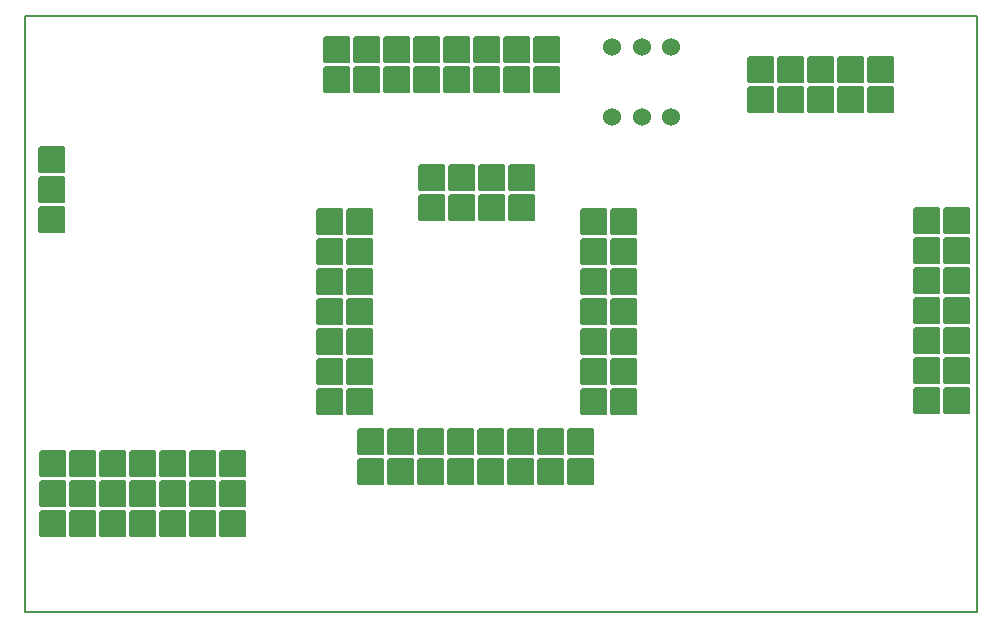
<source format=gbr>
G04 PROTEUS RS274X GERBER FILE*
%FSLAX45Y45*%
%MOMM*%
G01*
%AMPPAD017*
4,1,36,
-1.016000,1.143000,
1.016000,1.143000,
1.041970,1.140470,
1.065980,1.133200,
1.087580,1.121650,
1.106290,1.106290,
1.121650,1.087570,
1.133200,1.065980,
1.140470,1.041970,
1.143000,1.016000,
1.143000,-1.016000,
1.140470,-1.041970,
1.133200,-1.065980,
1.121650,-1.087570,
1.106290,-1.106290,
1.087580,-1.121650,
1.065980,-1.133200,
1.041970,-1.140470,
1.016000,-1.143000,
-1.016000,-1.143000,
-1.041970,-1.140470,
-1.065980,-1.133200,
-1.087580,-1.121650,
-1.106290,-1.106290,
-1.121650,-1.087570,
-1.133200,-1.065980,
-1.140470,-1.041970,
-1.143000,-1.016000,
-1.143000,1.016000,
-1.140470,1.041970,
-1.133200,1.065980,
-1.121650,1.087570,
-1.106290,1.106290,
-1.087580,1.121650,
-1.065980,1.133200,
-1.041970,1.140470,
-1.016000,1.143000,
0*%
%ADD25PPAD017*%
%AMPPAD019*
4,1,36,
-1.143000,-1.016000,
-1.143000,1.016000,
-1.140470,1.041970,
-1.133200,1.065980,
-1.121650,1.087580,
-1.106290,1.106290,
-1.087570,1.121650,
-1.065980,1.133200,
-1.041970,1.140470,
-1.016000,1.143000,
1.016000,1.143000,
1.041970,1.140470,
1.065980,1.133200,
1.087570,1.121650,
1.106290,1.106290,
1.121650,1.087580,
1.133200,1.065980,
1.140470,1.041970,
1.143000,1.016000,
1.143000,-1.016000,
1.140470,-1.041970,
1.133200,-1.065980,
1.121650,-1.087580,
1.106290,-1.106290,
1.087570,-1.121650,
1.065980,-1.133200,
1.041970,-1.140470,
1.016000,-1.143000,
-1.016000,-1.143000,
-1.041970,-1.140470,
-1.065980,-1.133200,
-1.087570,-1.121650,
-1.106290,-1.106290,
-1.121650,-1.087580,
-1.133200,-1.065980,
-1.140470,-1.041970,
-1.143000,-1.016000,
0*%
%ADD27PPAD019*%
%ADD72C,1.524000*%
%ADD70C,0.203200*%
D25*
X+2400000Y+1896000D03*
X+2654000Y+1896000D03*
X+2908000Y+1896000D03*
X+3162000Y+1896000D03*
X+3416000Y+1896000D03*
X+3416000Y+2150000D03*
X+3162000Y+2150000D03*
X+2908000Y+2150000D03*
X+2654000Y+2150000D03*
X+2400000Y+2150000D03*
X-2069120Y-1440000D03*
X-2323120Y-1440000D03*
X-2577120Y-1440000D03*
X-2831120Y-1440000D03*
X-3085120Y-1440000D03*
X-3339120Y-1440000D03*
X-3593120Y-1440000D03*
X-3593120Y-1694000D03*
X-3339120Y-1694000D03*
X-3085120Y-1694000D03*
X-2831120Y-1694000D03*
X-2577120Y-1694000D03*
X-2323120Y-1694000D03*
X-2069120Y-1694000D03*
X-3593120Y-1186380D03*
X-3339120Y-1186380D03*
X-3085120Y-1186380D03*
X-2831120Y-1186380D03*
X-2577120Y-1186380D03*
X-2323120Y-1186380D03*
X-2069120Y-1186380D03*
D27*
X-3600000Y+884000D03*
X-3600000Y+1138000D03*
X-3600000Y+1392000D03*
X+4058920Y-650040D03*
X+4058920Y-396040D03*
X+4058920Y-142040D03*
X+4058920Y+111960D03*
X+4058920Y+365960D03*
X+4058920Y+619960D03*
X+4058920Y+873960D03*
X+3804920Y+873960D03*
X+3804920Y+619960D03*
X+3804920Y+365960D03*
X+3804920Y+111960D03*
X+3804920Y-142040D03*
X+3804920Y-396040D03*
X+3804920Y-650040D03*
D72*
X+1140000Y+1750000D03*
X+1390000Y+1750000D03*
X+1640000Y+1750000D03*
X+1640000Y+2350000D03*
X+1390000Y+2350000D03*
X+1140000Y+2350000D03*
D25*
X-1186200Y+2070000D03*
X-932200Y+2070000D03*
X-678200Y+2070000D03*
X-424200Y+2070000D03*
X-170200Y+2070000D03*
X+83800Y+2070000D03*
X+337800Y+2070000D03*
X+591800Y+2070000D03*
X+591800Y+2324000D03*
X+337800Y+2324000D03*
X+83800Y+2324000D03*
X-170200Y+2324000D03*
X-424200Y+2324000D03*
X-678200Y+2324000D03*
X-932200Y+2324000D03*
X-1186200Y+2324000D03*
D27*
X-1244600Y+861060D03*
X-1244600Y+607060D03*
X-1244600Y+353060D03*
X-1244600Y+99060D03*
X-1244600Y-154940D03*
X-1244600Y-408940D03*
X-1244600Y-662940D03*
X-990600Y-662940D03*
X-990600Y-408940D03*
X-990600Y-154940D03*
X-990600Y+99060D03*
X-990600Y+353060D03*
X-990600Y+607060D03*
X-990600Y+861060D03*
X+1244600Y-660400D03*
X+1244600Y-406400D03*
X+1244600Y-152400D03*
X+1244600Y+101600D03*
X+1244600Y+355600D03*
X+1244600Y+609600D03*
X+1244600Y+863600D03*
X+990600Y+863600D03*
X+990600Y+609600D03*
X+990600Y+355600D03*
X+990600Y+101600D03*
X+990600Y-152400D03*
X+990600Y-406400D03*
X+990600Y-660400D03*
D25*
X-388000Y+986000D03*
X-134000Y+986000D03*
X+120000Y+986000D03*
X+374000Y+986000D03*
X+374000Y+1240000D03*
X+120000Y+1240000D03*
X-134000Y+1240000D03*
X-388000Y+1240000D03*
X+878840Y-1000760D03*
X+624840Y-1000760D03*
X+370840Y-1000760D03*
X+116840Y-1000760D03*
X-137160Y-1000760D03*
X-391160Y-1000760D03*
X-645160Y-1000760D03*
X-899160Y-1000760D03*
X-899160Y-1254760D03*
X-645160Y-1254760D03*
X-391160Y-1254760D03*
X-137160Y-1254760D03*
X+116840Y-1254760D03*
X+370840Y-1254760D03*
X+624840Y-1254760D03*
X+878840Y-1254760D03*
D70*
X-3830000Y-2435820D02*
X+4230920Y-2435820D01*
X+4230920Y+2610960D01*
X-3830000Y+2610960D01*
X-3830000Y-2435820D01*
M02*

</source>
